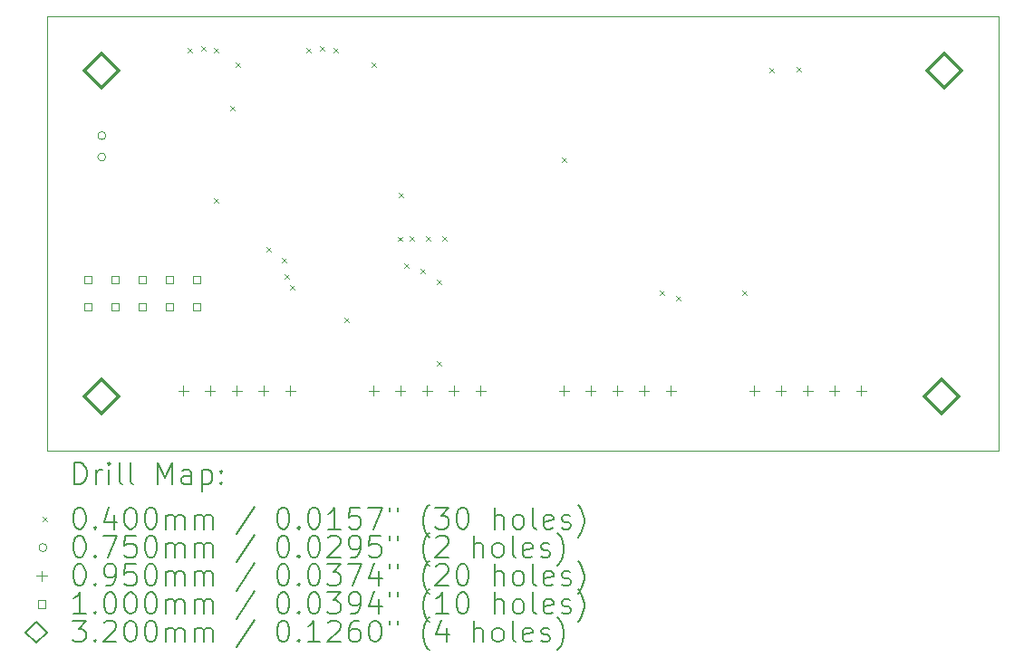
<source format=gbr>
%FSLAX45Y45*%
G04 Gerber Fmt 4.5, Leading zero omitted, Abs format (unit mm)*
G04 Created by KiCad (PCBNEW (6.0.1)) date 2022-03-10 11:50:34*
%MOMM*%
%LPD*%
G01*
G04 APERTURE LIST*
%TA.AperFunction,Profile*%
%ADD10C,0.100000*%
%TD*%
%ADD11C,0.200000*%
%ADD12C,0.040000*%
%ADD13C,0.075000*%
%ADD14C,0.095000*%
%ADD15C,0.100000*%
%ADD16C,0.320000*%
G04 APERTURE END LIST*
D10*
X5842000Y-4826000D02*
X14732000Y-4826000D01*
X14732000Y-4826000D02*
X14732000Y-8890000D01*
X14732000Y-8890000D02*
X5842000Y-8890000D01*
X5842000Y-8890000D02*
X5842000Y-4826000D01*
D11*
D12*
X7155500Y-5123500D02*
X7195500Y-5163500D01*
X7195500Y-5123500D02*
X7155500Y-5163500D01*
X7282500Y-5110800D02*
X7322500Y-5150800D01*
X7322500Y-5110800D02*
X7282500Y-5150800D01*
X7396800Y-5123500D02*
X7436800Y-5163500D01*
X7436800Y-5123500D02*
X7396800Y-5163500D01*
X7396800Y-6533200D02*
X7436800Y-6573200D01*
X7436800Y-6533200D02*
X7396800Y-6573200D01*
X7549200Y-5669600D02*
X7589200Y-5709600D01*
X7589200Y-5669600D02*
X7549200Y-5709600D01*
X7600000Y-5263200D02*
X7640000Y-5303200D01*
X7640000Y-5263200D02*
X7600000Y-5303200D01*
X7892100Y-6990400D02*
X7932100Y-7030400D01*
X7932100Y-6990400D02*
X7892100Y-7030400D01*
X8035550Y-7092000D02*
X8075550Y-7132000D01*
X8075550Y-7092000D02*
X8035550Y-7132000D01*
X8057200Y-7244400D02*
X8097200Y-7284400D01*
X8097200Y-7244400D02*
X8057200Y-7284400D01*
X8108000Y-7346000D02*
X8148000Y-7386000D01*
X8148000Y-7346000D02*
X8108000Y-7386000D01*
X8260400Y-5123500D02*
X8300400Y-5163500D01*
X8300400Y-5123500D02*
X8260400Y-5163500D01*
X8387400Y-5110800D02*
X8427400Y-5150800D01*
X8427400Y-5110800D02*
X8387400Y-5150800D01*
X8514400Y-5123500D02*
X8554400Y-5163500D01*
X8554400Y-5123500D02*
X8514400Y-5163500D01*
X8616000Y-7650800D02*
X8656000Y-7690800D01*
X8656000Y-7650800D02*
X8616000Y-7690800D01*
X8870000Y-5263200D02*
X8910000Y-5303200D01*
X8910000Y-5263200D02*
X8870000Y-5303200D01*
X9120007Y-6891933D02*
X9160007Y-6931933D01*
X9160007Y-6891933D02*
X9120007Y-6931933D01*
X9124000Y-6482400D02*
X9164000Y-6522400D01*
X9164000Y-6482400D02*
X9124000Y-6522400D01*
X9174800Y-7142800D02*
X9214800Y-7182800D01*
X9214800Y-7142800D02*
X9174800Y-7182800D01*
X9225600Y-6888800D02*
X9265600Y-6928800D01*
X9265600Y-6888800D02*
X9225600Y-6928800D01*
X9327200Y-7193600D02*
X9367200Y-7233600D01*
X9367200Y-7193600D02*
X9327200Y-7233600D01*
X9378000Y-6888800D02*
X9418000Y-6928800D01*
X9418000Y-6888800D02*
X9378000Y-6928800D01*
X9479600Y-7295200D02*
X9519600Y-7335200D01*
X9519600Y-7295200D02*
X9479600Y-7335200D01*
X9479600Y-8057200D02*
X9519600Y-8097200D01*
X9519600Y-8057200D02*
X9479600Y-8097200D01*
X9530400Y-6888800D02*
X9570400Y-6928800D01*
X9570400Y-6888800D02*
X9530400Y-6928800D01*
X10648000Y-6152200D02*
X10688000Y-6192200D01*
X10688000Y-6152200D02*
X10648000Y-6192200D01*
X11562400Y-7396800D02*
X11602400Y-7436800D01*
X11602400Y-7396800D02*
X11562400Y-7436800D01*
X11714800Y-7447600D02*
X11754800Y-7487600D01*
X11754800Y-7447600D02*
X11714800Y-7487600D01*
X12337100Y-7396800D02*
X12377100Y-7436800D01*
X12377100Y-7396800D02*
X12337100Y-7436800D01*
X12591100Y-5314000D02*
X12631100Y-5354000D01*
X12631100Y-5314000D02*
X12591100Y-5354000D01*
X12845100Y-5301300D02*
X12885100Y-5341300D01*
X12885100Y-5301300D02*
X12845100Y-5341300D01*
D13*
X6387500Y-5945200D02*
G75*
G03*
X6387500Y-5945200I-37500J0D01*
G01*
X6387500Y-6145200D02*
G75*
G03*
X6387500Y-6145200I-37500J0D01*
G01*
D14*
X7112000Y-8283700D02*
X7112000Y-8378700D01*
X7064500Y-8331200D02*
X7159500Y-8331200D01*
X7362000Y-8283700D02*
X7362000Y-8378700D01*
X7314500Y-8331200D02*
X7409500Y-8331200D01*
X7612000Y-8283700D02*
X7612000Y-8378700D01*
X7564500Y-8331200D02*
X7659500Y-8331200D01*
X7862000Y-8283700D02*
X7862000Y-8378700D01*
X7814500Y-8331200D02*
X7909500Y-8331200D01*
X8112000Y-8283700D02*
X8112000Y-8378700D01*
X8064500Y-8331200D02*
X8159500Y-8331200D01*
X8890000Y-8283700D02*
X8890000Y-8378700D01*
X8842500Y-8331200D02*
X8937500Y-8331200D01*
X9140000Y-8283700D02*
X9140000Y-8378700D01*
X9092500Y-8331200D02*
X9187500Y-8331200D01*
X9390000Y-8283700D02*
X9390000Y-8378700D01*
X9342500Y-8331200D02*
X9437500Y-8331200D01*
X9640000Y-8283700D02*
X9640000Y-8378700D01*
X9592500Y-8331200D02*
X9687500Y-8331200D01*
X9890000Y-8283700D02*
X9890000Y-8378700D01*
X9842500Y-8331200D02*
X9937500Y-8331200D01*
X10668000Y-8283700D02*
X10668000Y-8378700D01*
X10620500Y-8331200D02*
X10715500Y-8331200D01*
X10918000Y-8283700D02*
X10918000Y-8378700D01*
X10870500Y-8331200D02*
X10965500Y-8331200D01*
X11168000Y-8283700D02*
X11168000Y-8378700D01*
X11120500Y-8331200D02*
X11215500Y-8331200D01*
X11418000Y-8283700D02*
X11418000Y-8378700D01*
X11370500Y-8331200D02*
X11465500Y-8331200D01*
X11668000Y-8283700D02*
X11668000Y-8378700D01*
X11620500Y-8331200D02*
X11715500Y-8331200D01*
X12446000Y-8283700D02*
X12446000Y-8378700D01*
X12398500Y-8331200D02*
X12493500Y-8331200D01*
X12696000Y-8283700D02*
X12696000Y-8378700D01*
X12648500Y-8331200D02*
X12743500Y-8331200D01*
X12946000Y-8283700D02*
X12946000Y-8378700D01*
X12898500Y-8331200D02*
X12993500Y-8331200D01*
X13196000Y-8283700D02*
X13196000Y-8378700D01*
X13148500Y-8331200D02*
X13243500Y-8331200D01*
X13446000Y-8283700D02*
X13446000Y-8378700D01*
X13398500Y-8331200D02*
X13493500Y-8331200D01*
D15*
X6257856Y-7325656D02*
X6257856Y-7254944D01*
X6187144Y-7254944D01*
X6187144Y-7325656D01*
X6257856Y-7325656D01*
X6257856Y-7579656D02*
X6257856Y-7508944D01*
X6187144Y-7508944D01*
X6187144Y-7579656D01*
X6257856Y-7579656D01*
X6511856Y-7325656D02*
X6511856Y-7254944D01*
X6441144Y-7254944D01*
X6441144Y-7325656D01*
X6511856Y-7325656D01*
X6511856Y-7579656D02*
X6511856Y-7508944D01*
X6441144Y-7508944D01*
X6441144Y-7579656D01*
X6511856Y-7579656D01*
X6765856Y-7325656D02*
X6765856Y-7254944D01*
X6695144Y-7254944D01*
X6695144Y-7325656D01*
X6765856Y-7325656D01*
X6765856Y-7579656D02*
X6765856Y-7508944D01*
X6695144Y-7508944D01*
X6695144Y-7579656D01*
X6765856Y-7579656D01*
X7019856Y-7325656D02*
X7019856Y-7254944D01*
X6949144Y-7254944D01*
X6949144Y-7325656D01*
X7019856Y-7325656D01*
X7019856Y-7579656D02*
X7019856Y-7508944D01*
X6949144Y-7508944D01*
X6949144Y-7579656D01*
X7019856Y-7579656D01*
X7273856Y-7325656D02*
X7273856Y-7254944D01*
X7203144Y-7254944D01*
X7203144Y-7325656D01*
X7273856Y-7325656D01*
X7273856Y-7579656D02*
X7273856Y-7508944D01*
X7203144Y-7508944D01*
X7203144Y-7579656D01*
X7273856Y-7579656D01*
D16*
X6350000Y-5494000D02*
X6510000Y-5334000D01*
X6350000Y-5174000D01*
X6190000Y-5334000D01*
X6350000Y-5494000D01*
X6350000Y-8542000D02*
X6510000Y-8382000D01*
X6350000Y-8222000D01*
X6190000Y-8382000D01*
X6350000Y-8542000D01*
X14195750Y-8542000D02*
X14355750Y-8382000D01*
X14195750Y-8222000D01*
X14035750Y-8382000D01*
X14195750Y-8542000D01*
X14224000Y-5494000D02*
X14384000Y-5334000D01*
X14224000Y-5174000D01*
X14064000Y-5334000D01*
X14224000Y-5494000D01*
D11*
X6094619Y-9205476D02*
X6094619Y-9005476D01*
X6142238Y-9005476D01*
X6170809Y-9015000D01*
X6189857Y-9034048D01*
X6199381Y-9053095D01*
X6208905Y-9091190D01*
X6208905Y-9119762D01*
X6199381Y-9157857D01*
X6189857Y-9176905D01*
X6170809Y-9195952D01*
X6142238Y-9205476D01*
X6094619Y-9205476D01*
X6294619Y-9205476D02*
X6294619Y-9072143D01*
X6294619Y-9110238D02*
X6304143Y-9091190D01*
X6313667Y-9081667D01*
X6332714Y-9072143D01*
X6351762Y-9072143D01*
X6418428Y-9205476D02*
X6418428Y-9072143D01*
X6418428Y-9005476D02*
X6408905Y-9015000D01*
X6418428Y-9024524D01*
X6427952Y-9015000D01*
X6418428Y-9005476D01*
X6418428Y-9024524D01*
X6542238Y-9205476D02*
X6523190Y-9195952D01*
X6513667Y-9176905D01*
X6513667Y-9005476D01*
X6647000Y-9205476D02*
X6627952Y-9195952D01*
X6618428Y-9176905D01*
X6618428Y-9005476D01*
X6875571Y-9205476D02*
X6875571Y-9005476D01*
X6942238Y-9148333D01*
X7008905Y-9005476D01*
X7008905Y-9205476D01*
X7189857Y-9205476D02*
X7189857Y-9100714D01*
X7180333Y-9081667D01*
X7161286Y-9072143D01*
X7123190Y-9072143D01*
X7104143Y-9081667D01*
X7189857Y-9195952D02*
X7170809Y-9205476D01*
X7123190Y-9205476D01*
X7104143Y-9195952D01*
X7094619Y-9176905D01*
X7094619Y-9157857D01*
X7104143Y-9138810D01*
X7123190Y-9129286D01*
X7170809Y-9129286D01*
X7189857Y-9119762D01*
X7285095Y-9072143D02*
X7285095Y-9272143D01*
X7285095Y-9081667D02*
X7304143Y-9072143D01*
X7342238Y-9072143D01*
X7361286Y-9081667D01*
X7370809Y-9091190D01*
X7380333Y-9110238D01*
X7380333Y-9167381D01*
X7370809Y-9186429D01*
X7361286Y-9195952D01*
X7342238Y-9205476D01*
X7304143Y-9205476D01*
X7285095Y-9195952D01*
X7466048Y-9186429D02*
X7475571Y-9195952D01*
X7466048Y-9205476D01*
X7456524Y-9195952D01*
X7466048Y-9186429D01*
X7466048Y-9205476D01*
X7466048Y-9081667D02*
X7475571Y-9091190D01*
X7466048Y-9100714D01*
X7456524Y-9091190D01*
X7466048Y-9081667D01*
X7466048Y-9100714D01*
D12*
X5797000Y-9515000D02*
X5837000Y-9555000D01*
X5837000Y-9515000D02*
X5797000Y-9555000D01*
D11*
X6132714Y-9425476D02*
X6151762Y-9425476D01*
X6170809Y-9435000D01*
X6180333Y-9444524D01*
X6189857Y-9463571D01*
X6199381Y-9501667D01*
X6199381Y-9549286D01*
X6189857Y-9587381D01*
X6180333Y-9606429D01*
X6170809Y-9615952D01*
X6151762Y-9625476D01*
X6132714Y-9625476D01*
X6113667Y-9615952D01*
X6104143Y-9606429D01*
X6094619Y-9587381D01*
X6085095Y-9549286D01*
X6085095Y-9501667D01*
X6094619Y-9463571D01*
X6104143Y-9444524D01*
X6113667Y-9435000D01*
X6132714Y-9425476D01*
X6285095Y-9606429D02*
X6294619Y-9615952D01*
X6285095Y-9625476D01*
X6275571Y-9615952D01*
X6285095Y-9606429D01*
X6285095Y-9625476D01*
X6466048Y-9492143D02*
X6466048Y-9625476D01*
X6418428Y-9415952D02*
X6370809Y-9558810D01*
X6494619Y-9558810D01*
X6608905Y-9425476D02*
X6627952Y-9425476D01*
X6647000Y-9435000D01*
X6656524Y-9444524D01*
X6666048Y-9463571D01*
X6675571Y-9501667D01*
X6675571Y-9549286D01*
X6666048Y-9587381D01*
X6656524Y-9606429D01*
X6647000Y-9615952D01*
X6627952Y-9625476D01*
X6608905Y-9625476D01*
X6589857Y-9615952D01*
X6580333Y-9606429D01*
X6570809Y-9587381D01*
X6561286Y-9549286D01*
X6561286Y-9501667D01*
X6570809Y-9463571D01*
X6580333Y-9444524D01*
X6589857Y-9435000D01*
X6608905Y-9425476D01*
X6799381Y-9425476D02*
X6818428Y-9425476D01*
X6837476Y-9435000D01*
X6847000Y-9444524D01*
X6856524Y-9463571D01*
X6866048Y-9501667D01*
X6866048Y-9549286D01*
X6856524Y-9587381D01*
X6847000Y-9606429D01*
X6837476Y-9615952D01*
X6818428Y-9625476D01*
X6799381Y-9625476D01*
X6780333Y-9615952D01*
X6770809Y-9606429D01*
X6761286Y-9587381D01*
X6751762Y-9549286D01*
X6751762Y-9501667D01*
X6761286Y-9463571D01*
X6770809Y-9444524D01*
X6780333Y-9435000D01*
X6799381Y-9425476D01*
X6951762Y-9625476D02*
X6951762Y-9492143D01*
X6951762Y-9511190D02*
X6961286Y-9501667D01*
X6980333Y-9492143D01*
X7008905Y-9492143D01*
X7027952Y-9501667D01*
X7037476Y-9520714D01*
X7037476Y-9625476D01*
X7037476Y-9520714D02*
X7047000Y-9501667D01*
X7066048Y-9492143D01*
X7094619Y-9492143D01*
X7113667Y-9501667D01*
X7123190Y-9520714D01*
X7123190Y-9625476D01*
X7218428Y-9625476D02*
X7218428Y-9492143D01*
X7218428Y-9511190D02*
X7227952Y-9501667D01*
X7247000Y-9492143D01*
X7275571Y-9492143D01*
X7294619Y-9501667D01*
X7304143Y-9520714D01*
X7304143Y-9625476D01*
X7304143Y-9520714D02*
X7313667Y-9501667D01*
X7332714Y-9492143D01*
X7361286Y-9492143D01*
X7380333Y-9501667D01*
X7389857Y-9520714D01*
X7389857Y-9625476D01*
X7780333Y-9415952D02*
X7608905Y-9673095D01*
X8037476Y-9425476D02*
X8056524Y-9425476D01*
X8075571Y-9435000D01*
X8085095Y-9444524D01*
X8094619Y-9463571D01*
X8104143Y-9501667D01*
X8104143Y-9549286D01*
X8094619Y-9587381D01*
X8085095Y-9606429D01*
X8075571Y-9615952D01*
X8056524Y-9625476D01*
X8037476Y-9625476D01*
X8018428Y-9615952D01*
X8008905Y-9606429D01*
X7999381Y-9587381D01*
X7989857Y-9549286D01*
X7989857Y-9501667D01*
X7999381Y-9463571D01*
X8008905Y-9444524D01*
X8018428Y-9435000D01*
X8037476Y-9425476D01*
X8189857Y-9606429D02*
X8199381Y-9615952D01*
X8189857Y-9625476D01*
X8180333Y-9615952D01*
X8189857Y-9606429D01*
X8189857Y-9625476D01*
X8323190Y-9425476D02*
X8342238Y-9425476D01*
X8361286Y-9435000D01*
X8370809Y-9444524D01*
X8380333Y-9463571D01*
X8389857Y-9501667D01*
X8389857Y-9549286D01*
X8380333Y-9587381D01*
X8370809Y-9606429D01*
X8361286Y-9615952D01*
X8342238Y-9625476D01*
X8323190Y-9625476D01*
X8304143Y-9615952D01*
X8294619Y-9606429D01*
X8285095Y-9587381D01*
X8275571Y-9549286D01*
X8275571Y-9501667D01*
X8285095Y-9463571D01*
X8294619Y-9444524D01*
X8304143Y-9435000D01*
X8323190Y-9425476D01*
X8580333Y-9625476D02*
X8466048Y-9625476D01*
X8523190Y-9625476D02*
X8523190Y-9425476D01*
X8504143Y-9454048D01*
X8485095Y-9473095D01*
X8466048Y-9482619D01*
X8761286Y-9425476D02*
X8666048Y-9425476D01*
X8656524Y-9520714D01*
X8666048Y-9511190D01*
X8685095Y-9501667D01*
X8732714Y-9501667D01*
X8751762Y-9511190D01*
X8761286Y-9520714D01*
X8770810Y-9539762D01*
X8770810Y-9587381D01*
X8761286Y-9606429D01*
X8751762Y-9615952D01*
X8732714Y-9625476D01*
X8685095Y-9625476D01*
X8666048Y-9615952D01*
X8656524Y-9606429D01*
X8837476Y-9425476D02*
X8970810Y-9425476D01*
X8885095Y-9625476D01*
X9037476Y-9425476D02*
X9037476Y-9463571D01*
X9113667Y-9425476D02*
X9113667Y-9463571D01*
X9408905Y-9701667D02*
X9399381Y-9692143D01*
X9380333Y-9663571D01*
X9370810Y-9644524D01*
X9361286Y-9615952D01*
X9351762Y-9568333D01*
X9351762Y-9530238D01*
X9361286Y-9482619D01*
X9370810Y-9454048D01*
X9380333Y-9435000D01*
X9399381Y-9406429D01*
X9408905Y-9396905D01*
X9466048Y-9425476D02*
X9589857Y-9425476D01*
X9523190Y-9501667D01*
X9551762Y-9501667D01*
X9570810Y-9511190D01*
X9580333Y-9520714D01*
X9589857Y-9539762D01*
X9589857Y-9587381D01*
X9580333Y-9606429D01*
X9570810Y-9615952D01*
X9551762Y-9625476D01*
X9494619Y-9625476D01*
X9475571Y-9615952D01*
X9466048Y-9606429D01*
X9713667Y-9425476D02*
X9732714Y-9425476D01*
X9751762Y-9435000D01*
X9761286Y-9444524D01*
X9770810Y-9463571D01*
X9780333Y-9501667D01*
X9780333Y-9549286D01*
X9770810Y-9587381D01*
X9761286Y-9606429D01*
X9751762Y-9615952D01*
X9732714Y-9625476D01*
X9713667Y-9625476D01*
X9694619Y-9615952D01*
X9685095Y-9606429D01*
X9675571Y-9587381D01*
X9666048Y-9549286D01*
X9666048Y-9501667D01*
X9675571Y-9463571D01*
X9685095Y-9444524D01*
X9694619Y-9435000D01*
X9713667Y-9425476D01*
X10018429Y-9625476D02*
X10018429Y-9425476D01*
X10104143Y-9625476D02*
X10104143Y-9520714D01*
X10094619Y-9501667D01*
X10075571Y-9492143D01*
X10047000Y-9492143D01*
X10027952Y-9501667D01*
X10018429Y-9511190D01*
X10227952Y-9625476D02*
X10208905Y-9615952D01*
X10199381Y-9606429D01*
X10189857Y-9587381D01*
X10189857Y-9530238D01*
X10199381Y-9511190D01*
X10208905Y-9501667D01*
X10227952Y-9492143D01*
X10256524Y-9492143D01*
X10275571Y-9501667D01*
X10285095Y-9511190D01*
X10294619Y-9530238D01*
X10294619Y-9587381D01*
X10285095Y-9606429D01*
X10275571Y-9615952D01*
X10256524Y-9625476D01*
X10227952Y-9625476D01*
X10408905Y-9625476D02*
X10389857Y-9615952D01*
X10380333Y-9596905D01*
X10380333Y-9425476D01*
X10561286Y-9615952D02*
X10542238Y-9625476D01*
X10504143Y-9625476D01*
X10485095Y-9615952D01*
X10475571Y-9596905D01*
X10475571Y-9520714D01*
X10485095Y-9501667D01*
X10504143Y-9492143D01*
X10542238Y-9492143D01*
X10561286Y-9501667D01*
X10570810Y-9520714D01*
X10570810Y-9539762D01*
X10475571Y-9558810D01*
X10647000Y-9615952D02*
X10666048Y-9625476D01*
X10704143Y-9625476D01*
X10723190Y-9615952D01*
X10732714Y-9596905D01*
X10732714Y-9587381D01*
X10723190Y-9568333D01*
X10704143Y-9558810D01*
X10675571Y-9558810D01*
X10656524Y-9549286D01*
X10647000Y-9530238D01*
X10647000Y-9520714D01*
X10656524Y-9501667D01*
X10675571Y-9492143D01*
X10704143Y-9492143D01*
X10723190Y-9501667D01*
X10799381Y-9701667D02*
X10808905Y-9692143D01*
X10827952Y-9663571D01*
X10837476Y-9644524D01*
X10847000Y-9615952D01*
X10856524Y-9568333D01*
X10856524Y-9530238D01*
X10847000Y-9482619D01*
X10837476Y-9454048D01*
X10827952Y-9435000D01*
X10808905Y-9406429D01*
X10799381Y-9396905D01*
D13*
X5837000Y-9799000D02*
G75*
G03*
X5837000Y-9799000I-37500J0D01*
G01*
D11*
X6132714Y-9689476D02*
X6151762Y-9689476D01*
X6170809Y-9699000D01*
X6180333Y-9708524D01*
X6189857Y-9727571D01*
X6199381Y-9765667D01*
X6199381Y-9813286D01*
X6189857Y-9851381D01*
X6180333Y-9870429D01*
X6170809Y-9879952D01*
X6151762Y-9889476D01*
X6132714Y-9889476D01*
X6113667Y-9879952D01*
X6104143Y-9870429D01*
X6094619Y-9851381D01*
X6085095Y-9813286D01*
X6085095Y-9765667D01*
X6094619Y-9727571D01*
X6104143Y-9708524D01*
X6113667Y-9699000D01*
X6132714Y-9689476D01*
X6285095Y-9870429D02*
X6294619Y-9879952D01*
X6285095Y-9889476D01*
X6275571Y-9879952D01*
X6285095Y-9870429D01*
X6285095Y-9889476D01*
X6361286Y-9689476D02*
X6494619Y-9689476D01*
X6408905Y-9889476D01*
X6666048Y-9689476D02*
X6570809Y-9689476D01*
X6561286Y-9784714D01*
X6570809Y-9775190D01*
X6589857Y-9765667D01*
X6637476Y-9765667D01*
X6656524Y-9775190D01*
X6666048Y-9784714D01*
X6675571Y-9803762D01*
X6675571Y-9851381D01*
X6666048Y-9870429D01*
X6656524Y-9879952D01*
X6637476Y-9889476D01*
X6589857Y-9889476D01*
X6570809Y-9879952D01*
X6561286Y-9870429D01*
X6799381Y-9689476D02*
X6818428Y-9689476D01*
X6837476Y-9699000D01*
X6847000Y-9708524D01*
X6856524Y-9727571D01*
X6866048Y-9765667D01*
X6866048Y-9813286D01*
X6856524Y-9851381D01*
X6847000Y-9870429D01*
X6837476Y-9879952D01*
X6818428Y-9889476D01*
X6799381Y-9889476D01*
X6780333Y-9879952D01*
X6770809Y-9870429D01*
X6761286Y-9851381D01*
X6751762Y-9813286D01*
X6751762Y-9765667D01*
X6761286Y-9727571D01*
X6770809Y-9708524D01*
X6780333Y-9699000D01*
X6799381Y-9689476D01*
X6951762Y-9889476D02*
X6951762Y-9756143D01*
X6951762Y-9775190D02*
X6961286Y-9765667D01*
X6980333Y-9756143D01*
X7008905Y-9756143D01*
X7027952Y-9765667D01*
X7037476Y-9784714D01*
X7037476Y-9889476D01*
X7037476Y-9784714D02*
X7047000Y-9765667D01*
X7066048Y-9756143D01*
X7094619Y-9756143D01*
X7113667Y-9765667D01*
X7123190Y-9784714D01*
X7123190Y-9889476D01*
X7218428Y-9889476D02*
X7218428Y-9756143D01*
X7218428Y-9775190D02*
X7227952Y-9765667D01*
X7247000Y-9756143D01*
X7275571Y-9756143D01*
X7294619Y-9765667D01*
X7304143Y-9784714D01*
X7304143Y-9889476D01*
X7304143Y-9784714D02*
X7313667Y-9765667D01*
X7332714Y-9756143D01*
X7361286Y-9756143D01*
X7380333Y-9765667D01*
X7389857Y-9784714D01*
X7389857Y-9889476D01*
X7780333Y-9679952D02*
X7608905Y-9937095D01*
X8037476Y-9689476D02*
X8056524Y-9689476D01*
X8075571Y-9699000D01*
X8085095Y-9708524D01*
X8094619Y-9727571D01*
X8104143Y-9765667D01*
X8104143Y-9813286D01*
X8094619Y-9851381D01*
X8085095Y-9870429D01*
X8075571Y-9879952D01*
X8056524Y-9889476D01*
X8037476Y-9889476D01*
X8018428Y-9879952D01*
X8008905Y-9870429D01*
X7999381Y-9851381D01*
X7989857Y-9813286D01*
X7989857Y-9765667D01*
X7999381Y-9727571D01*
X8008905Y-9708524D01*
X8018428Y-9699000D01*
X8037476Y-9689476D01*
X8189857Y-9870429D02*
X8199381Y-9879952D01*
X8189857Y-9889476D01*
X8180333Y-9879952D01*
X8189857Y-9870429D01*
X8189857Y-9889476D01*
X8323190Y-9689476D02*
X8342238Y-9689476D01*
X8361286Y-9699000D01*
X8370809Y-9708524D01*
X8380333Y-9727571D01*
X8389857Y-9765667D01*
X8389857Y-9813286D01*
X8380333Y-9851381D01*
X8370809Y-9870429D01*
X8361286Y-9879952D01*
X8342238Y-9889476D01*
X8323190Y-9889476D01*
X8304143Y-9879952D01*
X8294619Y-9870429D01*
X8285095Y-9851381D01*
X8275571Y-9813286D01*
X8275571Y-9765667D01*
X8285095Y-9727571D01*
X8294619Y-9708524D01*
X8304143Y-9699000D01*
X8323190Y-9689476D01*
X8466048Y-9708524D02*
X8475571Y-9699000D01*
X8494619Y-9689476D01*
X8542238Y-9689476D01*
X8561286Y-9699000D01*
X8570810Y-9708524D01*
X8580333Y-9727571D01*
X8580333Y-9746619D01*
X8570810Y-9775190D01*
X8456524Y-9889476D01*
X8580333Y-9889476D01*
X8675571Y-9889476D02*
X8713667Y-9889476D01*
X8732714Y-9879952D01*
X8742238Y-9870429D01*
X8761286Y-9841857D01*
X8770810Y-9803762D01*
X8770810Y-9727571D01*
X8761286Y-9708524D01*
X8751762Y-9699000D01*
X8732714Y-9689476D01*
X8694619Y-9689476D01*
X8675571Y-9699000D01*
X8666048Y-9708524D01*
X8656524Y-9727571D01*
X8656524Y-9775190D01*
X8666048Y-9794238D01*
X8675571Y-9803762D01*
X8694619Y-9813286D01*
X8732714Y-9813286D01*
X8751762Y-9803762D01*
X8761286Y-9794238D01*
X8770810Y-9775190D01*
X8951762Y-9689476D02*
X8856524Y-9689476D01*
X8847000Y-9784714D01*
X8856524Y-9775190D01*
X8875571Y-9765667D01*
X8923190Y-9765667D01*
X8942238Y-9775190D01*
X8951762Y-9784714D01*
X8961286Y-9803762D01*
X8961286Y-9851381D01*
X8951762Y-9870429D01*
X8942238Y-9879952D01*
X8923190Y-9889476D01*
X8875571Y-9889476D01*
X8856524Y-9879952D01*
X8847000Y-9870429D01*
X9037476Y-9689476D02*
X9037476Y-9727571D01*
X9113667Y-9689476D02*
X9113667Y-9727571D01*
X9408905Y-9965667D02*
X9399381Y-9956143D01*
X9380333Y-9927571D01*
X9370810Y-9908524D01*
X9361286Y-9879952D01*
X9351762Y-9832333D01*
X9351762Y-9794238D01*
X9361286Y-9746619D01*
X9370810Y-9718048D01*
X9380333Y-9699000D01*
X9399381Y-9670429D01*
X9408905Y-9660905D01*
X9475571Y-9708524D02*
X9485095Y-9699000D01*
X9504143Y-9689476D01*
X9551762Y-9689476D01*
X9570810Y-9699000D01*
X9580333Y-9708524D01*
X9589857Y-9727571D01*
X9589857Y-9746619D01*
X9580333Y-9775190D01*
X9466048Y-9889476D01*
X9589857Y-9889476D01*
X9827952Y-9889476D02*
X9827952Y-9689476D01*
X9913667Y-9889476D02*
X9913667Y-9784714D01*
X9904143Y-9765667D01*
X9885095Y-9756143D01*
X9856524Y-9756143D01*
X9837476Y-9765667D01*
X9827952Y-9775190D01*
X10037476Y-9889476D02*
X10018429Y-9879952D01*
X10008905Y-9870429D01*
X9999381Y-9851381D01*
X9999381Y-9794238D01*
X10008905Y-9775190D01*
X10018429Y-9765667D01*
X10037476Y-9756143D01*
X10066048Y-9756143D01*
X10085095Y-9765667D01*
X10094619Y-9775190D01*
X10104143Y-9794238D01*
X10104143Y-9851381D01*
X10094619Y-9870429D01*
X10085095Y-9879952D01*
X10066048Y-9889476D01*
X10037476Y-9889476D01*
X10218429Y-9889476D02*
X10199381Y-9879952D01*
X10189857Y-9860905D01*
X10189857Y-9689476D01*
X10370810Y-9879952D02*
X10351762Y-9889476D01*
X10313667Y-9889476D01*
X10294619Y-9879952D01*
X10285095Y-9860905D01*
X10285095Y-9784714D01*
X10294619Y-9765667D01*
X10313667Y-9756143D01*
X10351762Y-9756143D01*
X10370810Y-9765667D01*
X10380333Y-9784714D01*
X10380333Y-9803762D01*
X10285095Y-9822810D01*
X10456524Y-9879952D02*
X10475571Y-9889476D01*
X10513667Y-9889476D01*
X10532714Y-9879952D01*
X10542238Y-9860905D01*
X10542238Y-9851381D01*
X10532714Y-9832333D01*
X10513667Y-9822810D01*
X10485095Y-9822810D01*
X10466048Y-9813286D01*
X10456524Y-9794238D01*
X10456524Y-9784714D01*
X10466048Y-9765667D01*
X10485095Y-9756143D01*
X10513667Y-9756143D01*
X10532714Y-9765667D01*
X10608905Y-9965667D02*
X10618429Y-9956143D01*
X10637476Y-9927571D01*
X10647000Y-9908524D01*
X10656524Y-9879952D01*
X10666048Y-9832333D01*
X10666048Y-9794238D01*
X10656524Y-9746619D01*
X10647000Y-9718048D01*
X10637476Y-9699000D01*
X10618429Y-9670429D01*
X10608905Y-9660905D01*
D14*
X5789500Y-10015500D02*
X5789500Y-10110500D01*
X5742000Y-10063000D02*
X5837000Y-10063000D01*
D11*
X6132714Y-9953476D02*
X6151762Y-9953476D01*
X6170809Y-9963000D01*
X6180333Y-9972524D01*
X6189857Y-9991571D01*
X6199381Y-10029667D01*
X6199381Y-10077286D01*
X6189857Y-10115381D01*
X6180333Y-10134429D01*
X6170809Y-10143952D01*
X6151762Y-10153476D01*
X6132714Y-10153476D01*
X6113667Y-10143952D01*
X6104143Y-10134429D01*
X6094619Y-10115381D01*
X6085095Y-10077286D01*
X6085095Y-10029667D01*
X6094619Y-9991571D01*
X6104143Y-9972524D01*
X6113667Y-9963000D01*
X6132714Y-9953476D01*
X6285095Y-10134429D02*
X6294619Y-10143952D01*
X6285095Y-10153476D01*
X6275571Y-10143952D01*
X6285095Y-10134429D01*
X6285095Y-10153476D01*
X6389857Y-10153476D02*
X6427952Y-10153476D01*
X6447000Y-10143952D01*
X6456524Y-10134429D01*
X6475571Y-10105857D01*
X6485095Y-10067762D01*
X6485095Y-9991571D01*
X6475571Y-9972524D01*
X6466048Y-9963000D01*
X6447000Y-9953476D01*
X6408905Y-9953476D01*
X6389857Y-9963000D01*
X6380333Y-9972524D01*
X6370809Y-9991571D01*
X6370809Y-10039190D01*
X6380333Y-10058238D01*
X6389857Y-10067762D01*
X6408905Y-10077286D01*
X6447000Y-10077286D01*
X6466048Y-10067762D01*
X6475571Y-10058238D01*
X6485095Y-10039190D01*
X6666048Y-9953476D02*
X6570809Y-9953476D01*
X6561286Y-10048714D01*
X6570809Y-10039190D01*
X6589857Y-10029667D01*
X6637476Y-10029667D01*
X6656524Y-10039190D01*
X6666048Y-10048714D01*
X6675571Y-10067762D01*
X6675571Y-10115381D01*
X6666048Y-10134429D01*
X6656524Y-10143952D01*
X6637476Y-10153476D01*
X6589857Y-10153476D01*
X6570809Y-10143952D01*
X6561286Y-10134429D01*
X6799381Y-9953476D02*
X6818428Y-9953476D01*
X6837476Y-9963000D01*
X6847000Y-9972524D01*
X6856524Y-9991571D01*
X6866048Y-10029667D01*
X6866048Y-10077286D01*
X6856524Y-10115381D01*
X6847000Y-10134429D01*
X6837476Y-10143952D01*
X6818428Y-10153476D01*
X6799381Y-10153476D01*
X6780333Y-10143952D01*
X6770809Y-10134429D01*
X6761286Y-10115381D01*
X6751762Y-10077286D01*
X6751762Y-10029667D01*
X6761286Y-9991571D01*
X6770809Y-9972524D01*
X6780333Y-9963000D01*
X6799381Y-9953476D01*
X6951762Y-10153476D02*
X6951762Y-10020143D01*
X6951762Y-10039190D02*
X6961286Y-10029667D01*
X6980333Y-10020143D01*
X7008905Y-10020143D01*
X7027952Y-10029667D01*
X7037476Y-10048714D01*
X7037476Y-10153476D01*
X7037476Y-10048714D02*
X7047000Y-10029667D01*
X7066048Y-10020143D01*
X7094619Y-10020143D01*
X7113667Y-10029667D01*
X7123190Y-10048714D01*
X7123190Y-10153476D01*
X7218428Y-10153476D02*
X7218428Y-10020143D01*
X7218428Y-10039190D02*
X7227952Y-10029667D01*
X7247000Y-10020143D01*
X7275571Y-10020143D01*
X7294619Y-10029667D01*
X7304143Y-10048714D01*
X7304143Y-10153476D01*
X7304143Y-10048714D02*
X7313667Y-10029667D01*
X7332714Y-10020143D01*
X7361286Y-10020143D01*
X7380333Y-10029667D01*
X7389857Y-10048714D01*
X7389857Y-10153476D01*
X7780333Y-9943952D02*
X7608905Y-10201095D01*
X8037476Y-9953476D02*
X8056524Y-9953476D01*
X8075571Y-9963000D01*
X8085095Y-9972524D01*
X8094619Y-9991571D01*
X8104143Y-10029667D01*
X8104143Y-10077286D01*
X8094619Y-10115381D01*
X8085095Y-10134429D01*
X8075571Y-10143952D01*
X8056524Y-10153476D01*
X8037476Y-10153476D01*
X8018428Y-10143952D01*
X8008905Y-10134429D01*
X7999381Y-10115381D01*
X7989857Y-10077286D01*
X7989857Y-10029667D01*
X7999381Y-9991571D01*
X8008905Y-9972524D01*
X8018428Y-9963000D01*
X8037476Y-9953476D01*
X8189857Y-10134429D02*
X8199381Y-10143952D01*
X8189857Y-10153476D01*
X8180333Y-10143952D01*
X8189857Y-10134429D01*
X8189857Y-10153476D01*
X8323190Y-9953476D02*
X8342238Y-9953476D01*
X8361286Y-9963000D01*
X8370809Y-9972524D01*
X8380333Y-9991571D01*
X8389857Y-10029667D01*
X8389857Y-10077286D01*
X8380333Y-10115381D01*
X8370809Y-10134429D01*
X8361286Y-10143952D01*
X8342238Y-10153476D01*
X8323190Y-10153476D01*
X8304143Y-10143952D01*
X8294619Y-10134429D01*
X8285095Y-10115381D01*
X8275571Y-10077286D01*
X8275571Y-10029667D01*
X8285095Y-9991571D01*
X8294619Y-9972524D01*
X8304143Y-9963000D01*
X8323190Y-9953476D01*
X8456524Y-9953476D02*
X8580333Y-9953476D01*
X8513667Y-10029667D01*
X8542238Y-10029667D01*
X8561286Y-10039190D01*
X8570810Y-10048714D01*
X8580333Y-10067762D01*
X8580333Y-10115381D01*
X8570810Y-10134429D01*
X8561286Y-10143952D01*
X8542238Y-10153476D01*
X8485095Y-10153476D01*
X8466048Y-10143952D01*
X8456524Y-10134429D01*
X8647000Y-9953476D02*
X8780333Y-9953476D01*
X8694619Y-10153476D01*
X8942238Y-10020143D02*
X8942238Y-10153476D01*
X8894619Y-9943952D02*
X8847000Y-10086810D01*
X8970810Y-10086810D01*
X9037476Y-9953476D02*
X9037476Y-9991571D01*
X9113667Y-9953476D02*
X9113667Y-9991571D01*
X9408905Y-10229667D02*
X9399381Y-10220143D01*
X9380333Y-10191571D01*
X9370810Y-10172524D01*
X9361286Y-10143952D01*
X9351762Y-10096333D01*
X9351762Y-10058238D01*
X9361286Y-10010619D01*
X9370810Y-9982048D01*
X9380333Y-9963000D01*
X9399381Y-9934429D01*
X9408905Y-9924905D01*
X9475571Y-9972524D02*
X9485095Y-9963000D01*
X9504143Y-9953476D01*
X9551762Y-9953476D01*
X9570810Y-9963000D01*
X9580333Y-9972524D01*
X9589857Y-9991571D01*
X9589857Y-10010619D01*
X9580333Y-10039190D01*
X9466048Y-10153476D01*
X9589857Y-10153476D01*
X9713667Y-9953476D02*
X9732714Y-9953476D01*
X9751762Y-9963000D01*
X9761286Y-9972524D01*
X9770810Y-9991571D01*
X9780333Y-10029667D01*
X9780333Y-10077286D01*
X9770810Y-10115381D01*
X9761286Y-10134429D01*
X9751762Y-10143952D01*
X9732714Y-10153476D01*
X9713667Y-10153476D01*
X9694619Y-10143952D01*
X9685095Y-10134429D01*
X9675571Y-10115381D01*
X9666048Y-10077286D01*
X9666048Y-10029667D01*
X9675571Y-9991571D01*
X9685095Y-9972524D01*
X9694619Y-9963000D01*
X9713667Y-9953476D01*
X10018429Y-10153476D02*
X10018429Y-9953476D01*
X10104143Y-10153476D02*
X10104143Y-10048714D01*
X10094619Y-10029667D01*
X10075571Y-10020143D01*
X10047000Y-10020143D01*
X10027952Y-10029667D01*
X10018429Y-10039190D01*
X10227952Y-10153476D02*
X10208905Y-10143952D01*
X10199381Y-10134429D01*
X10189857Y-10115381D01*
X10189857Y-10058238D01*
X10199381Y-10039190D01*
X10208905Y-10029667D01*
X10227952Y-10020143D01*
X10256524Y-10020143D01*
X10275571Y-10029667D01*
X10285095Y-10039190D01*
X10294619Y-10058238D01*
X10294619Y-10115381D01*
X10285095Y-10134429D01*
X10275571Y-10143952D01*
X10256524Y-10153476D01*
X10227952Y-10153476D01*
X10408905Y-10153476D02*
X10389857Y-10143952D01*
X10380333Y-10124905D01*
X10380333Y-9953476D01*
X10561286Y-10143952D02*
X10542238Y-10153476D01*
X10504143Y-10153476D01*
X10485095Y-10143952D01*
X10475571Y-10124905D01*
X10475571Y-10048714D01*
X10485095Y-10029667D01*
X10504143Y-10020143D01*
X10542238Y-10020143D01*
X10561286Y-10029667D01*
X10570810Y-10048714D01*
X10570810Y-10067762D01*
X10475571Y-10086810D01*
X10647000Y-10143952D02*
X10666048Y-10153476D01*
X10704143Y-10153476D01*
X10723190Y-10143952D01*
X10732714Y-10124905D01*
X10732714Y-10115381D01*
X10723190Y-10096333D01*
X10704143Y-10086810D01*
X10675571Y-10086810D01*
X10656524Y-10077286D01*
X10647000Y-10058238D01*
X10647000Y-10048714D01*
X10656524Y-10029667D01*
X10675571Y-10020143D01*
X10704143Y-10020143D01*
X10723190Y-10029667D01*
X10799381Y-10229667D02*
X10808905Y-10220143D01*
X10827952Y-10191571D01*
X10837476Y-10172524D01*
X10847000Y-10143952D01*
X10856524Y-10096333D01*
X10856524Y-10058238D01*
X10847000Y-10010619D01*
X10837476Y-9982048D01*
X10827952Y-9963000D01*
X10808905Y-9934429D01*
X10799381Y-9924905D01*
D15*
X5822356Y-10362356D02*
X5822356Y-10291644D01*
X5751644Y-10291644D01*
X5751644Y-10362356D01*
X5822356Y-10362356D01*
D11*
X6199381Y-10417476D02*
X6085095Y-10417476D01*
X6142238Y-10417476D02*
X6142238Y-10217476D01*
X6123190Y-10246048D01*
X6104143Y-10265095D01*
X6085095Y-10274619D01*
X6285095Y-10398429D02*
X6294619Y-10407952D01*
X6285095Y-10417476D01*
X6275571Y-10407952D01*
X6285095Y-10398429D01*
X6285095Y-10417476D01*
X6418428Y-10217476D02*
X6437476Y-10217476D01*
X6456524Y-10227000D01*
X6466048Y-10236524D01*
X6475571Y-10255571D01*
X6485095Y-10293667D01*
X6485095Y-10341286D01*
X6475571Y-10379381D01*
X6466048Y-10398429D01*
X6456524Y-10407952D01*
X6437476Y-10417476D01*
X6418428Y-10417476D01*
X6399381Y-10407952D01*
X6389857Y-10398429D01*
X6380333Y-10379381D01*
X6370809Y-10341286D01*
X6370809Y-10293667D01*
X6380333Y-10255571D01*
X6389857Y-10236524D01*
X6399381Y-10227000D01*
X6418428Y-10217476D01*
X6608905Y-10217476D02*
X6627952Y-10217476D01*
X6647000Y-10227000D01*
X6656524Y-10236524D01*
X6666048Y-10255571D01*
X6675571Y-10293667D01*
X6675571Y-10341286D01*
X6666048Y-10379381D01*
X6656524Y-10398429D01*
X6647000Y-10407952D01*
X6627952Y-10417476D01*
X6608905Y-10417476D01*
X6589857Y-10407952D01*
X6580333Y-10398429D01*
X6570809Y-10379381D01*
X6561286Y-10341286D01*
X6561286Y-10293667D01*
X6570809Y-10255571D01*
X6580333Y-10236524D01*
X6589857Y-10227000D01*
X6608905Y-10217476D01*
X6799381Y-10217476D02*
X6818428Y-10217476D01*
X6837476Y-10227000D01*
X6847000Y-10236524D01*
X6856524Y-10255571D01*
X6866048Y-10293667D01*
X6866048Y-10341286D01*
X6856524Y-10379381D01*
X6847000Y-10398429D01*
X6837476Y-10407952D01*
X6818428Y-10417476D01*
X6799381Y-10417476D01*
X6780333Y-10407952D01*
X6770809Y-10398429D01*
X6761286Y-10379381D01*
X6751762Y-10341286D01*
X6751762Y-10293667D01*
X6761286Y-10255571D01*
X6770809Y-10236524D01*
X6780333Y-10227000D01*
X6799381Y-10217476D01*
X6951762Y-10417476D02*
X6951762Y-10284143D01*
X6951762Y-10303190D02*
X6961286Y-10293667D01*
X6980333Y-10284143D01*
X7008905Y-10284143D01*
X7027952Y-10293667D01*
X7037476Y-10312714D01*
X7037476Y-10417476D01*
X7037476Y-10312714D02*
X7047000Y-10293667D01*
X7066048Y-10284143D01*
X7094619Y-10284143D01*
X7113667Y-10293667D01*
X7123190Y-10312714D01*
X7123190Y-10417476D01*
X7218428Y-10417476D02*
X7218428Y-10284143D01*
X7218428Y-10303190D02*
X7227952Y-10293667D01*
X7247000Y-10284143D01*
X7275571Y-10284143D01*
X7294619Y-10293667D01*
X7304143Y-10312714D01*
X7304143Y-10417476D01*
X7304143Y-10312714D02*
X7313667Y-10293667D01*
X7332714Y-10284143D01*
X7361286Y-10284143D01*
X7380333Y-10293667D01*
X7389857Y-10312714D01*
X7389857Y-10417476D01*
X7780333Y-10207952D02*
X7608905Y-10465095D01*
X8037476Y-10217476D02*
X8056524Y-10217476D01*
X8075571Y-10227000D01*
X8085095Y-10236524D01*
X8094619Y-10255571D01*
X8104143Y-10293667D01*
X8104143Y-10341286D01*
X8094619Y-10379381D01*
X8085095Y-10398429D01*
X8075571Y-10407952D01*
X8056524Y-10417476D01*
X8037476Y-10417476D01*
X8018428Y-10407952D01*
X8008905Y-10398429D01*
X7999381Y-10379381D01*
X7989857Y-10341286D01*
X7989857Y-10293667D01*
X7999381Y-10255571D01*
X8008905Y-10236524D01*
X8018428Y-10227000D01*
X8037476Y-10217476D01*
X8189857Y-10398429D02*
X8199381Y-10407952D01*
X8189857Y-10417476D01*
X8180333Y-10407952D01*
X8189857Y-10398429D01*
X8189857Y-10417476D01*
X8323190Y-10217476D02*
X8342238Y-10217476D01*
X8361286Y-10227000D01*
X8370809Y-10236524D01*
X8380333Y-10255571D01*
X8389857Y-10293667D01*
X8389857Y-10341286D01*
X8380333Y-10379381D01*
X8370809Y-10398429D01*
X8361286Y-10407952D01*
X8342238Y-10417476D01*
X8323190Y-10417476D01*
X8304143Y-10407952D01*
X8294619Y-10398429D01*
X8285095Y-10379381D01*
X8275571Y-10341286D01*
X8275571Y-10293667D01*
X8285095Y-10255571D01*
X8294619Y-10236524D01*
X8304143Y-10227000D01*
X8323190Y-10217476D01*
X8456524Y-10217476D02*
X8580333Y-10217476D01*
X8513667Y-10293667D01*
X8542238Y-10293667D01*
X8561286Y-10303190D01*
X8570810Y-10312714D01*
X8580333Y-10331762D01*
X8580333Y-10379381D01*
X8570810Y-10398429D01*
X8561286Y-10407952D01*
X8542238Y-10417476D01*
X8485095Y-10417476D01*
X8466048Y-10407952D01*
X8456524Y-10398429D01*
X8675571Y-10417476D02*
X8713667Y-10417476D01*
X8732714Y-10407952D01*
X8742238Y-10398429D01*
X8761286Y-10369857D01*
X8770810Y-10331762D01*
X8770810Y-10255571D01*
X8761286Y-10236524D01*
X8751762Y-10227000D01*
X8732714Y-10217476D01*
X8694619Y-10217476D01*
X8675571Y-10227000D01*
X8666048Y-10236524D01*
X8656524Y-10255571D01*
X8656524Y-10303190D01*
X8666048Y-10322238D01*
X8675571Y-10331762D01*
X8694619Y-10341286D01*
X8732714Y-10341286D01*
X8751762Y-10331762D01*
X8761286Y-10322238D01*
X8770810Y-10303190D01*
X8942238Y-10284143D02*
X8942238Y-10417476D01*
X8894619Y-10207952D02*
X8847000Y-10350810D01*
X8970810Y-10350810D01*
X9037476Y-10217476D02*
X9037476Y-10255571D01*
X9113667Y-10217476D02*
X9113667Y-10255571D01*
X9408905Y-10493667D02*
X9399381Y-10484143D01*
X9380333Y-10455571D01*
X9370810Y-10436524D01*
X9361286Y-10407952D01*
X9351762Y-10360333D01*
X9351762Y-10322238D01*
X9361286Y-10274619D01*
X9370810Y-10246048D01*
X9380333Y-10227000D01*
X9399381Y-10198429D01*
X9408905Y-10188905D01*
X9589857Y-10417476D02*
X9475571Y-10417476D01*
X9532714Y-10417476D02*
X9532714Y-10217476D01*
X9513667Y-10246048D01*
X9494619Y-10265095D01*
X9475571Y-10274619D01*
X9713667Y-10217476D02*
X9732714Y-10217476D01*
X9751762Y-10227000D01*
X9761286Y-10236524D01*
X9770810Y-10255571D01*
X9780333Y-10293667D01*
X9780333Y-10341286D01*
X9770810Y-10379381D01*
X9761286Y-10398429D01*
X9751762Y-10407952D01*
X9732714Y-10417476D01*
X9713667Y-10417476D01*
X9694619Y-10407952D01*
X9685095Y-10398429D01*
X9675571Y-10379381D01*
X9666048Y-10341286D01*
X9666048Y-10293667D01*
X9675571Y-10255571D01*
X9685095Y-10236524D01*
X9694619Y-10227000D01*
X9713667Y-10217476D01*
X10018429Y-10417476D02*
X10018429Y-10217476D01*
X10104143Y-10417476D02*
X10104143Y-10312714D01*
X10094619Y-10293667D01*
X10075571Y-10284143D01*
X10047000Y-10284143D01*
X10027952Y-10293667D01*
X10018429Y-10303190D01*
X10227952Y-10417476D02*
X10208905Y-10407952D01*
X10199381Y-10398429D01*
X10189857Y-10379381D01*
X10189857Y-10322238D01*
X10199381Y-10303190D01*
X10208905Y-10293667D01*
X10227952Y-10284143D01*
X10256524Y-10284143D01*
X10275571Y-10293667D01*
X10285095Y-10303190D01*
X10294619Y-10322238D01*
X10294619Y-10379381D01*
X10285095Y-10398429D01*
X10275571Y-10407952D01*
X10256524Y-10417476D01*
X10227952Y-10417476D01*
X10408905Y-10417476D02*
X10389857Y-10407952D01*
X10380333Y-10388905D01*
X10380333Y-10217476D01*
X10561286Y-10407952D02*
X10542238Y-10417476D01*
X10504143Y-10417476D01*
X10485095Y-10407952D01*
X10475571Y-10388905D01*
X10475571Y-10312714D01*
X10485095Y-10293667D01*
X10504143Y-10284143D01*
X10542238Y-10284143D01*
X10561286Y-10293667D01*
X10570810Y-10312714D01*
X10570810Y-10331762D01*
X10475571Y-10350810D01*
X10647000Y-10407952D02*
X10666048Y-10417476D01*
X10704143Y-10417476D01*
X10723190Y-10407952D01*
X10732714Y-10388905D01*
X10732714Y-10379381D01*
X10723190Y-10360333D01*
X10704143Y-10350810D01*
X10675571Y-10350810D01*
X10656524Y-10341286D01*
X10647000Y-10322238D01*
X10647000Y-10312714D01*
X10656524Y-10293667D01*
X10675571Y-10284143D01*
X10704143Y-10284143D01*
X10723190Y-10293667D01*
X10799381Y-10493667D02*
X10808905Y-10484143D01*
X10827952Y-10455571D01*
X10837476Y-10436524D01*
X10847000Y-10407952D01*
X10856524Y-10360333D01*
X10856524Y-10322238D01*
X10847000Y-10274619D01*
X10837476Y-10246048D01*
X10827952Y-10227000D01*
X10808905Y-10198429D01*
X10799381Y-10188905D01*
X5737000Y-10691000D02*
X5837000Y-10591000D01*
X5737000Y-10491000D01*
X5637000Y-10591000D01*
X5737000Y-10691000D01*
X6075571Y-10481476D02*
X6199381Y-10481476D01*
X6132714Y-10557667D01*
X6161286Y-10557667D01*
X6180333Y-10567190D01*
X6189857Y-10576714D01*
X6199381Y-10595762D01*
X6199381Y-10643381D01*
X6189857Y-10662429D01*
X6180333Y-10671952D01*
X6161286Y-10681476D01*
X6104143Y-10681476D01*
X6085095Y-10671952D01*
X6075571Y-10662429D01*
X6285095Y-10662429D02*
X6294619Y-10671952D01*
X6285095Y-10681476D01*
X6275571Y-10671952D01*
X6285095Y-10662429D01*
X6285095Y-10681476D01*
X6370809Y-10500524D02*
X6380333Y-10491000D01*
X6399381Y-10481476D01*
X6447000Y-10481476D01*
X6466048Y-10491000D01*
X6475571Y-10500524D01*
X6485095Y-10519571D01*
X6485095Y-10538619D01*
X6475571Y-10567190D01*
X6361286Y-10681476D01*
X6485095Y-10681476D01*
X6608905Y-10481476D02*
X6627952Y-10481476D01*
X6647000Y-10491000D01*
X6656524Y-10500524D01*
X6666048Y-10519571D01*
X6675571Y-10557667D01*
X6675571Y-10605286D01*
X6666048Y-10643381D01*
X6656524Y-10662429D01*
X6647000Y-10671952D01*
X6627952Y-10681476D01*
X6608905Y-10681476D01*
X6589857Y-10671952D01*
X6580333Y-10662429D01*
X6570809Y-10643381D01*
X6561286Y-10605286D01*
X6561286Y-10557667D01*
X6570809Y-10519571D01*
X6580333Y-10500524D01*
X6589857Y-10491000D01*
X6608905Y-10481476D01*
X6799381Y-10481476D02*
X6818428Y-10481476D01*
X6837476Y-10491000D01*
X6847000Y-10500524D01*
X6856524Y-10519571D01*
X6866048Y-10557667D01*
X6866048Y-10605286D01*
X6856524Y-10643381D01*
X6847000Y-10662429D01*
X6837476Y-10671952D01*
X6818428Y-10681476D01*
X6799381Y-10681476D01*
X6780333Y-10671952D01*
X6770809Y-10662429D01*
X6761286Y-10643381D01*
X6751762Y-10605286D01*
X6751762Y-10557667D01*
X6761286Y-10519571D01*
X6770809Y-10500524D01*
X6780333Y-10491000D01*
X6799381Y-10481476D01*
X6951762Y-10681476D02*
X6951762Y-10548143D01*
X6951762Y-10567190D02*
X6961286Y-10557667D01*
X6980333Y-10548143D01*
X7008905Y-10548143D01*
X7027952Y-10557667D01*
X7037476Y-10576714D01*
X7037476Y-10681476D01*
X7037476Y-10576714D02*
X7047000Y-10557667D01*
X7066048Y-10548143D01*
X7094619Y-10548143D01*
X7113667Y-10557667D01*
X7123190Y-10576714D01*
X7123190Y-10681476D01*
X7218428Y-10681476D02*
X7218428Y-10548143D01*
X7218428Y-10567190D02*
X7227952Y-10557667D01*
X7247000Y-10548143D01*
X7275571Y-10548143D01*
X7294619Y-10557667D01*
X7304143Y-10576714D01*
X7304143Y-10681476D01*
X7304143Y-10576714D02*
X7313667Y-10557667D01*
X7332714Y-10548143D01*
X7361286Y-10548143D01*
X7380333Y-10557667D01*
X7389857Y-10576714D01*
X7389857Y-10681476D01*
X7780333Y-10471952D02*
X7608905Y-10729095D01*
X8037476Y-10481476D02*
X8056524Y-10481476D01*
X8075571Y-10491000D01*
X8085095Y-10500524D01*
X8094619Y-10519571D01*
X8104143Y-10557667D01*
X8104143Y-10605286D01*
X8094619Y-10643381D01*
X8085095Y-10662429D01*
X8075571Y-10671952D01*
X8056524Y-10681476D01*
X8037476Y-10681476D01*
X8018428Y-10671952D01*
X8008905Y-10662429D01*
X7999381Y-10643381D01*
X7989857Y-10605286D01*
X7989857Y-10557667D01*
X7999381Y-10519571D01*
X8008905Y-10500524D01*
X8018428Y-10491000D01*
X8037476Y-10481476D01*
X8189857Y-10662429D02*
X8199381Y-10671952D01*
X8189857Y-10681476D01*
X8180333Y-10671952D01*
X8189857Y-10662429D01*
X8189857Y-10681476D01*
X8389857Y-10681476D02*
X8275571Y-10681476D01*
X8332714Y-10681476D02*
X8332714Y-10481476D01*
X8313667Y-10510048D01*
X8294619Y-10529095D01*
X8275571Y-10538619D01*
X8466048Y-10500524D02*
X8475571Y-10491000D01*
X8494619Y-10481476D01*
X8542238Y-10481476D01*
X8561286Y-10491000D01*
X8570810Y-10500524D01*
X8580333Y-10519571D01*
X8580333Y-10538619D01*
X8570810Y-10567190D01*
X8456524Y-10681476D01*
X8580333Y-10681476D01*
X8751762Y-10481476D02*
X8713667Y-10481476D01*
X8694619Y-10491000D01*
X8685095Y-10500524D01*
X8666048Y-10529095D01*
X8656524Y-10567190D01*
X8656524Y-10643381D01*
X8666048Y-10662429D01*
X8675571Y-10671952D01*
X8694619Y-10681476D01*
X8732714Y-10681476D01*
X8751762Y-10671952D01*
X8761286Y-10662429D01*
X8770810Y-10643381D01*
X8770810Y-10595762D01*
X8761286Y-10576714D01*
X8751762Y-10567190D01*
X8732714Y-10557667D01*
X8694619Y-10557667D01*
X8675571Y-10567190D01*
X8666048Y-10576714D01*
X8656524Y-10595762D01*
X8894619Y-10481476D02*
X8913667Y-10481476D01*
X8932714Y-10491000D01*
X8942238Y-10500524D01*
X8951762Y-10519571D01*
X8961286Y-10557667D01*
X8961286Y-10605286D01*
X8951762Y-10643381D01*
X8942238Y-10662429D01*
X8932714Y-10671952D01*
X8913667Y-10681476D01*
X8894619Y-10681476D01*
X8875571Y-10671952D01*
X8866048Y-10662429D01*
X8856524Y-10643381D01*
X8847000Y-10605286D01*
X8847000Y-10557667D01*
X8856524Y-10519571D01*
X8866048Y-10500524D01*
X8875571Y-10491000D01*
X8894619Y-10481476D01*
X9037476Y-10481476D02*
X9037476Y-10519571D01*
X9113667Y-10481476D02*
X9113667Y-10519571D01*
X9408905Y-10757667D02*
X9399381Y-10748143D01*
X9380333Y-10719571D01*
X9370810Y-10700524D01*
X9361286Y-10671952D01*
X9351762Y-10624333D01*
X9351762Y-10586238D01*
X9361286Y-10538619D01*
X9370810Y-10510048D01*
X9380333Y-10491000D01*
X9399381Y-10462429D01*
X9408905Y-10452905D01*
X9570810Y-10548143D02*
X9570810Y-10681476D01*
X9523190Y-10471952D02*
X9475571Y-10614810D01*
X9599381Y-10614810D01*
X9827952Y-10681476D02*
X9827952Y-10481476D01*
X9913667Y-10681476D02*
X9913667Y-10576714D01*
X9904143Y-10557667D01*
X9885095Y-10548143D01*
X9856524Y-10548143D01*
X9837476Y-10557667D01*
X9827952Y-10567190D01*
X10037476Y-10681476D02*
X10018429Y-10671952D01*
X10008905Y-10662429D01*
X9999381Y-10643381D01*
X9999381Y-10586238D01*
X10008905Y-10567190D01*
X10018429Y-10557667D01*
X10037476Y-10548143D01*
X10066048Y-10548143D01*
X10085095Y-10557667D01*
X10094619Y-10567190D01*
X10104143Y-10586238D01*
X10104143Y-10643381D01*
X10094619Y-10662429D01*
X10085095Y-10671952D01*
X10066048Y-10681476D01*
X10037476Y-10681476D01*
X10218429Y-10681476D02*
X10199381Y-10671952D01*
X10189857Y-10652905D01*
X10189857Y-10481476D01*
X10370810Y-10671952D02*
X10351762Y-10681476D01*
X10313667Y-10681476D01*
X10294619Y-10671952D01*
X10285095Y-10652905D01*
X10285095Y-10576714D01*
X10294619Y-10557667D01*
X10313667Y-10548143D01*
X10351762Y-10548143D01*
X10370810Y-10557667D01*
X10380333Y-10576714D01*
X10380333Y-10595762D01*
X10285095Y-10614810D01*
X10456524Y-10671952D02*
X10475571Y-10681476D01*
X10513667Y-10681476D01*
X10532714Y-10671952D01*
X10542238Y-10652905D01*
X10542238Y-10643381D01*
X10532714Y-10624333D01*
X10513667Y-10614810D01*
X10485095Y-10614810D01*
X10466048Y-10605286D01*
X10456524Y-10586238D01*
X10456524Y-10576714D01*
X10466048Y-10557667D01*
X10485095Y-10548143D01*
X10513667Y-10548143D01*
X10532714Y-10557667D01*
X10608905Y-10757667D02*
X10618429Y-10748143D01*
X10637476Y-10719571D01*
X10647000Y-10700524D01*
X10656524Y-10671952D01*
X10666048Y-10624333D01*
X10666048Y-10586238D01*
X10656524Y-10538619D01*
X10647000Y-10510048D01*
X10637476Y-10491000D01*
X10618429Y-10462429D01*
X10608905Y-10452905D01*
M02*

</source>
